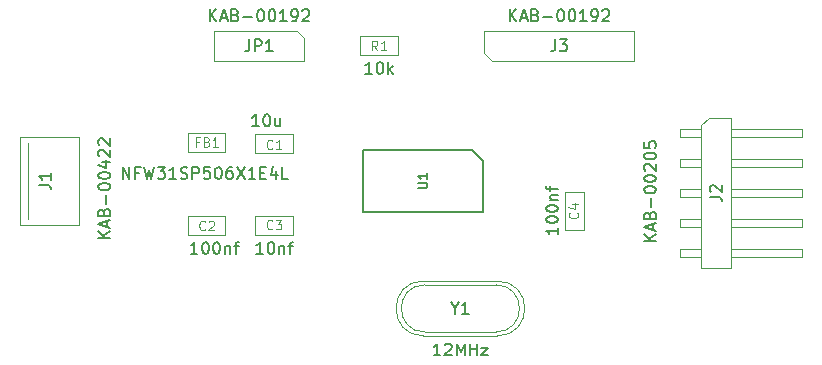
<source format=gbr>
%TF.GenerationSoftware,KiCad,Pcbnew,5.1.4-3.fc30*%
%TF.CreationDate,2019-10-19T14:32:08+02:00*%
%TF.ProjectId,ft232rl_converter_v1,66743233-3272-46c5-9f63-6f6e76657274,1.0*%
%TF.SameCoordinates,PX4fefde0PY4d83c00*%
%TF.FileFunction,Other,Fab,Top*%
%FSLAX46Y46*%
G04 Gerber Fmt 4.6, Leading zero omitted, Abs format (unit mm)*
G04 Created by KiCad (PCBNEW 5.1.4-3.fc30) date 2019-10-19 14:32:08*
%MOMM*%
%LPD*%
G04 APERTURE LIST*
%ADD10C,0.150000*%
%ADD11C,0.100000*%
%ADD12C,0.120000*%
G04 APERTURE END LIST*
D10*
%TO.C,U1*%
X38945000Y18525000D02*
X39945000Y17525000D01*
X29745000Y18525000D02*
X38945000Y18525000D01*
X29745000Y13225000D02*
X29745000Y18525000D01*
X39945000Y13225000D02*
X29745000Y13225000D01*
X39945000Y17525000D02*
X39945000Y13225000D01*
D11*
%TO.C,J3*%
X40640000Y26035000D02*
X40005000Y26670000D01*
X52705000Y26035000D02*
X40640000Y26035000D01*
X52705000Y28575000D02*
X52705000Y26035000D01*
X40005000Y28575000D02*
X52705000Y28575000D01*
X40005000Y26670000D02*
X40005000Y28575000D01*
%TO.C,Y1*%
X41000000Y3080000D02*
G75*
G03X41000000Y7080000I0J2000000D01*
G01*
X35000000Y3080000D02*
G75*
G02X35000000Y7080000I0J2000000D01*
G01*
X41125000Y2755000D02*
G75*
G03X41125000Y7405000I0J2325000D01*
G01*
X34875000Y2755000D02*
G75*
G02X34875000Y7405000I0J2325000D01*
G01*
X35000000Y3080000D02*
X41000000Y3080000D01*
X35000000Y7080000D02*
X41000000Y7080000D01*
X34875000Y2755000D02*
X41125000Y2755000D01*
X34875000Y7405000D02*
X41125000Y7405000D01*
%TO.C,FB1*%
X14910000Y19926700D02*
X18110000Y19926700D01*
X14910000Y18326700D02*
X14910000Y19926700D01*
X18110000Y18326700D02*
X14910000Y18326700D01*
X18110000Y19926700D02*
X18110000Y18326700D01*
%TO.C,J2*%
X60936000Y9459000D02*
X66936000Y9459000D01*
X66936000Y10099000D02*
X66936000Y9459000D01*
X60936000Y10099000D02*
X66936000Y10099000D01*
X56576000Y9459000D02*
X58396000Y9459000D01*
X56576000Y10099000D02*
X56576000Y9459000D01*
X56576000Y10099000D02*
X58396000Y10099000D01*
X60936000Y11999000D02*
X66936000Y11999000D01*
X66936000Y12639000D02*
X66936000Y11999000D01*
X60936000Y12639000D02*
X66936000Y12639000D01*
X56576000Y11999000D02*
X58396000Y11999000D01*
X56576000Y12639000D02*
X56576000Y11999000D01*
X56576000Y12639000D02*
X58396000Y12639000D01*
X60936000Y14539000D02*
X66936000Y14539000D01*
X66936000Y15179000D02*
X66936000Y14539000D01*
X60936000Y15179000D02*
X66936000Y15179000D01*
X56576000Y14539000D02*
X58396000Y14539000D01*
X56576000Y15179000D02*
X56576000Y14539000D01*
X56576000Y15179000D02*
X58396000Y15179000D01*
X60936000Y17079000D02*
X66936000Y17079000D01*
X66936000Y17719000D02*
X66936000Y17079000D01*
X60936000Y17719000D02*
X66936000Y17719000D01*
X56576000Y17079000D02*
X58396000Y17079000D01*
X56576000Y17719000D02*
X56576000Y17079000D01*
X56576000Y17719000D02*
X58396000Y17719000D01*
X60936000Y19619000D02*
X66936000Y19619000D01*
X66936000Y20259000D02*
X66936000Y19619000D01*
X60936000Y20259000D02*
X66936000Y20259000D01*
X56576000Y19619000D02*
X58396000Y19619000D01*
X56576000Y20259000D02*
X56576000Y19619000D01*
X56576000Y20259000D02*
X58396000Y20259000D01*
X58396000Y20574000D02*
X59031000Y21209000D01*
X58396000Y8509000D02*
X58396000Y20574000D01*
X60936000Y8509000D02*
X58396000Y8509000D01*
X60936000Y21209000D02*
X60936000Y8509000D01*
X59031000Y21209000D02*
X60936000Y21209000D01*
%TO.C,C1*%
X23825000Y18250000D02*
X20625000Y18250000D01*
X23825000Y19850000D02*
X23825000Y18250000D01*
X20625000Y19850000D02*
X23825000Y19850000D01*
X20625000Y18250000D02*
X20625000Y19850000D01*
%TO.C,C2*%
X18110000Y11265000D02*
X14910000Y11265000D01*
X18110000Y12865000D02*
X18110000Y11265000D01*
X14910000Y12865000D02*
X18110000Y12865000D01*
X14910000Y11265000D02*
X14910000Y12865000D01*
%TO.C,C3*%
X20625000Y12930000D02*
X23825000Y12930000D01*
X20625000Y11330000D02*
X20625000Y12930000D01*
X23825000Y11330000D02*
X20625000Y11330000D01*
X23825000Y12930000D02*
X23825000Y11330000D01*
%TO.C,C4*%
X46825000Y11735000D02*
X46825000Y14935000D01*
X48425000Y11735000D02*
X46825000Y11735000D01*
X48425000Y14935000D02*
X48425000Y11735000D01*
X46825000Y14935000D02*
X48425000Y14935000D01*
%TO.C,J1*%
X1430000Y19125000D02*
X1430000Y12625000D01*
X730000Y19625000D02*
X5730000Y19625000D01*
X5730000Y19625000D02*
X5730000Y12125000D01*
X5730000Y12125000D02*
X730000Y12125000D01*
X730000Y12125000D02*
X730000Y19625000D01*
%TO.C,JP1*%
X24130000Y28575000D02*
X24765000Y27940000D01*
X17145000Y28575000D02*
X24130000Y28575000D01*
X17145000Y26035000D02*
X17145000Y28575000D01*
X24765000Y26035000D02*
X17145000Y26035000D01*
X24765000Y27940000D02*
X24765000Y26035000D01*
%TO.C,R1*%
X29515000Y28105000D02*
X32715000Y28105000D01*
X29515000Y26505000D02*
X29515000Y28105000D01*
X32715000Y26505000D02*
X29515000Y26505000D01*
X32715000Y28105000D02*
X32715000Y26505000D01*
%TD*%
%TO.C,U1*%
D10*
X34406904Y15265477D02*
X35054523Y15265477D01*
X35130714Y15303572D01*
X35168809Y15341667D01*
X35206904Y15417858D01*
X35206904Y15570239D01*
X35168809Y15646429D01*
X35130714Y15684524D01*
X35054523Y15722620D01*
X34406904Y15722620D01*
X35206904Y16522620D02*
X35206904Y16065477D01*
X35206904Y16294048D02*
X34406904Y16294048D01*
X34521190Y16217858D01*
X34597380Y16141667D01*
X34635476Y16065477D01*
%TO.C,J3*%
X42164523Y29392620D02*
X42164523Y30392620D01*
X42735952Y29392620D02*
X42307380Y29964048D01*
X42735952Y30392620D02*
X42164523Y29821191D01*
X43116904Y29678334D02*
X43593095Y29678334D01*
X43021666Y29392620D02*
X43355000Y30392620D01*
X43688333Y29392620D01*
X44355000Y29916429D02*
X44497857Y29868810D01*
X44545476Y29821191D01*
X44593095Y29725953D01*
X44593095Y29583096D01*
X44545476Y29487858D01*
X44497857Y29440239D01*
X44402619Y29392620D01*
X44021666Y29392620D01*
X44021666Y30392620D01*
X44355000Y30392620D01*
X44450238Y30345000D01*
X44497857Y30297381D01*
X44545476Y30202143D01*
X44545476Y30106905D01*
X44497857Y30011667D01*
X44450238Y29964048D01*
X44355000Y29916429D01*
X44021666Y29916429D01*
X45021666Y29773572D02*
X45783571Y29773572D01*
X46450238Y30392620D02*
X46545476Y30392620D01*
X46640714Y30345000D01*
X46688333Y30297381D01*
X46735952Y30202143D01*
X46783571Y30011667D01*
X46783571Y29773572D01*
X46735952Y29583096D01*
X46688333Y29487858D01*
X46640714Y29440239D01*
X46545476Y29392620D01*
X46450238Y29392620D01*
X46355000Y29440239D01*
X46307380Y29487858D01*
X46259761Y29583096D01*
X46212142Y29773572D01*
X46212142Y30011667D01*
X46259761Y30202143D01*
X46307380Y30297381D01*
X46355000Y30345000D01*
X46450238Y30392620D01*
X47402619Y30392620D02*
X47497857Y30392620D01*
X47593095Y30345000D01*
X47640714Y30297381D01*
X47688333Y30202143D01*
X47735952Y30011667D01*
X47735952Y29773572D01*
X47688333Y29583096D01*
X47640714Y29487858D01*
X47593095Y29440239D01*
X47497857Y29392620D01*
X47402619Y29392620D01*
X47307380Y29440239D01*
X47259761Y29487858D01*
X47212142Y29583096D01*
X47164523Y29773572D01*
X47164523Y30011667D01*
X47212142Y30202143D01*
X47259761Y30297381D01*
X47307380Y30345000D01*
X47402619Y30392620D01*
X48688333Y29392620D02*
X48116904Y29392620D01*
X48402619Y29392620D02*
X48402619Y30392620D01*
X48307380Y30249762D01*
X48212142Y30154524D01*
X48116904Y30106905D01*
X49164523Y29392620D02*
X49355000Y29392620D01*
X49450238Y29440239D01*
X49497857Y29487858D01*
X49593095Y29630715D01*
X49640714Y29821191D01*
X49640714Y30202143D01*
X49593095Y30297381D01*
X49545476Y30345000D01*
X49450238Y30392620D01*
X49259761Y30392620D01*
X49164523Y30345000D01*
X49116904Y30297381D01*
X49069285Y30202143D01*
X49069285Y29964048D01*
X49116904Y29868810D01*
X49164523Y29821191D01*
X49259761Y29773572D01*
X49450238Y29773572D01*
X49545476Y29821191D01*
X49593095Y29868810D01*
X49640714Y29964048D01*
X50021666Y30297381D02*
X50069285Y30345000D01*
X50164523Y30392620D01*
X50402619Y30392620D01*
X50497857Y30345000D01*
X50545476Y30297381D01*
X50593095Y30202143D01*
X50593095Y30106905D01*
X50545476Y29964048D01*
X49974047Y29392620D01*
X50593095Y29392620D01*
X46021666Y27852620D02*
X46021666Y27138334D01*
X45974047Y26995477D01*
X45878809Y26900239D01*
X45735952Y26852620D01*
X45640714Y26852620D01*
X46402619Y27852620D02*
X47021666Y27852620D01*
X46688333Y27471667D01*
X46831190Y27471667D01*
X46926428Y27424048D01*
X46974047Y27376429D01*
X47021666Y27281191D01*
X47021666Y27043096D01*
X46974047Y26947858D01*
X46926428Y26900239D01*
X46831190Y26852620D01*
X46545476Y26852620D01*
X46450238Y26900239D01*
X46402619Y26947858D01*
%TO.C,Y1*%
X36309523Y1102620D02*
X35738095Y1102620D01*
X36023809Y1102620D02*
X36023809Y2102620D01*
X35928571Y1959762D01*
X35833333Y1864524D01*
X35738095Y1816905D01*
X36690476Y2007381D02*
X36738095Y2055000D01*
X36833333Y2102620D01*
X37071428Y2102620D01*
X37166666Y2055000D01*
X37214285Y2007381D01*
X37261904Y1912143D01*
X37261904Y1816905D01*
X37214285Y1674048D01*
X36642857Y1102620D01*
X37261904Y1102620D01*
X37690476Y1102620D02*
X37690476Y2102620D01*
X38023809Y1388334D01*
X38357142Y2102620D01*
X38357142Y1102620D01*
X38833333Y1102620D02*
X38833333Y2102620D01*
X38833333Y1626429D02*
X39404761Y1626429D01*
X39404761Y1102620D02*
X39404761Y2102620D01*
X39785714Y1769286D02*
X40309523Y1769286D01*
X39785714Y1102620D01*
X40309523Y1102620D01*
X37523809Y5103810D02*
X37523809Y4627620D01*
X37190476Y5627620D02*
X37523809Y5103810D01*
X37857142Y5627620D01*
X38714285Y4627620D02*
X38142857Y4627620D01*
X38428571Y4627620D02*
X38428571Y5627620D01*
X38333333Y5484762D01*
X38238095Y5389524D01*
X38142857Y5341905D01*
%TO.C,FB1*%
X9406428Y16057620D02*
X9406428Y17057620D01*
X9977857Y16057620D01*
X9977857Y17057620D01*
X10787380Y16581429D02*
X10454047Y16581429D01*
X10454047Y16057620D02*
X10454047Y17057620D01*
X10930238Y17057620D01*
X11215952Y17057620D02*
X11454047Y16057620D01*
X11644523Y16771905D01*
X11835000Y16057620D01*
X12073095Y17057620D01*
X12358809Y17057620D02*
X12977857Y17057620D01*
X12644523Y16676667D01*
X12787380Y16676667D01*
X12882619Y16629048D01*
X12930238Y16581429D01*
X12977857Y16486191D01*
X12977857Y16248096D01*
X12930238Y16152858D01*
X12882619Y16105239D01*
X12787380Y16057620D01*
X12501666Y16057620D01*
X12406428Y16105239D01*
X12358809Y16152858D01*
X13930238Y16057620D02*
X13358809Y16057620D01*
X13644523Y16057620D02*
X13644523Y17057620D01*
X13549285Y16914762D01*
X13454047Y16819524D01*
X13358809Y16771905D01*
X14311190Y16105239D02*
X14454047Y16057620D01*
X14692142Y16057620D01*
X14787380Y16105239D01*
X14835000Y16152858D01*
X14882619Y16248096D01*
X14882619Y16343334D01*
X14835000Y16438572D01*
X14787380Y16486191D01*
X14692142Y16533810D01*
X14501666Y16581429D01*
X14406428Y16629048D01*
X14358809Y16676667D01*
X14311190Y16771905D01*
X14311190Y16867143D01*
X14358809Y16962381D01*
X14406428Y17010000D01*
X14501666Y17057620D01*
X14739761Y17057620D01*
X14882619Y17010000D01*
X15311190Y16057620D02*
X15311190Y17057620D01*
X15692142Y17057620D01*
X15787380Y17010000D01*
X15835000Y16962381D01*
X15882619Y16867143D01*
X15882619Y16724286D01*
X15835000Y16629048D01*
X15787380Y16581429D01*
X15692142Y16533810D01*
X15311190Y16533810D01*
X16787380Y17057620D02*
X16311190Y17057620D01*
X16263571Y16581429D01*
X16311190Y16629048D01*
X16406428Y16676667D01*
X16644523Y16676667D01*
X16739761Y16629048D01*
X16787380Y16581429D01*
X16835000Y16486191D01*
X16835000Y16248096D01*
X16787380Y16152858D01*
X16739761Y16105239D01*
X16644523Y16057620D01*
X16406428Y16057620D01*
X16311190Y16105239D01*
X16263571Y16152858D01*
X17454047Y17057620D02*
X17549285Y17057620D01*
X17644523Y17010000D01*
X17692142Y16962381D01*
X17739761Y16867143D01*
X17787380Y16676667D01*
X17787380Y16438572D01*
X17739761Y16248096D01*
X17692142Y16152858D01*
X17644523Y16105239D01*
X17549285Y16057620D01*
X17454047Y16057620D01*
X17358809Y16105239D01*
X17311190Y16152858D01*
X17263571Y16248096D01*
X17215952Y16438572D01*
X17215952Y16676667D01*
X17263571Y16867143D01*
X17311190Y16962381D01*
X17358809Y17010000D01*
X17454047Y17057620D01*
X18644523Y17057620D02*
X18454047Y17057620D01*
X18358809Y17010000D01*
X18311190Y16962381D01*
X18215952Y16819524D01*
X18168333Y16629048D01*
X18168333Y16248096D01*
X18215952Y16152858D01*
X18263571Y16105239D01*
X18358809Y16057620D01*
X18549285Y16057620D01*
X18644523Y16105239D01*
X18692142Y16152858D01*
X18739761Y16248096D01*
X18739761Y16486191D01*
X18692142Y16581429D01*
X18644523Y16629048D01*
X18549285Y16676667D01*
X18358809Y16676667D01*
X18263571Y16629048D01*
X18215952Y16581429D01*
X18168333Y16486191D01*
X19073095Y17057620D02*
X19739761Y16057620D01*
X19739761Y17057620D02*
X19073095Y16057620D01*
X20644523Y16057620D02*
X20073095Y16057620D01*
X20358809Y16057620D02*
X20358809Y17057620D01*
X20263571Y16914762D01*
X20168333Y16819524D01*
X20073095Y16771905D01*
X21073095Y16581429D02*
X21406428Y16581429D01*
X21549285Y16057620D02*
X21073095Y16057620D01*
X21073095Y17057620D01*
X21549285Y17057620D01*
X22406428Y16724286D02*
X22406428Y16057620D01*
X22168333Y17105239D02*
X21930238Y16390953D01*
X22549285Y16390953D01*
X23406428Y16057620D02*
X22930238Y16057620D01*
X22930238Y17057620D01*
D12*
X15843333Y19183843D02*
X15576666Y19183843D01*
X15576666Y18764796D02*
X15576666Y19564796D01*
X15957619Y19564796D01*
X16529047Y19183843D02*
X16643333Y19145748D01*
X16681428Y19107653D01*
X16719523Y19031462D01*
X16719523Y18917177D01*
X16681428Y18840986D01*
X16643333Y18802891D01*
X16567142Y18764796D01*
X16262380Y18764796D01*
X16262380Y19564796D01*
X16529047Y19564796D01*
X16605238Y19526700D01*
X16643333Y19488605D01*
X16681428Y19412415D01*
X16681428Y19336224D01*
X16643333Y19260034D01*
X16605238Y19221939D01*
X16529047Y19183843D01*
X16262380Y19183843D01*
X17481428Y18764796D02*
X17024285Y18764796D01*
X17252857Y18764796D02*
X17252857Y19564796D01*
X17176666Y19450510D01*
X17100476Y19374320D01*
X17024285Y19336224D01*
%TO.C,J2*%
D10*
X54554380Y10795524D02*
X53554380Y10795524D01*
X54554380Y11366953D02*
X53982952Y10938381D01*
X53554380Y11366953D02*
X54125809Y10795524D01*
X54268666Y11747905D02*
X54268666Y12224096D01*
X54554380Y11652667D02*
X53554380Y11986000D01*
X54554380Y12319334D01*
X54030571Y12986000D02*
X54078190Y13128858D01*
X54125809Y13176477D01*
X54221047Y13224096D01*
X54363904Y13224096D01*
X54459142Y13176477D01*
X54506761Y13128858D01*
X54554380Y13033620D01*
X54554380Y12652667D01*
X53554380Y12652667D01*
X53554380Y12986000D01*
X53602000Y13081239D01*
X53649619Y13128858D01*
X53744857Y13176477D01*
X53840095Y13176477D01*
X53935333Y13128858D01*
X53982952Y13081239D01*
X54030571Y12986000D01*
X54030571Y12652667D01*
X54173428Y13652667D02*
X54173428Y14414572D01*
X53554380Y15081239D02*
X53554380Y15176477D01*
X53602000Y15271715D01*
X53649619Y15319334D01*
X53744857Y15366953D01*
X53935333Y15414572D01*
X54173428Y15414572D01*
X54363904Y15366953D01*
X54459142Y15319334D01*
X54506761Y15271715D01*
X54554380Y15176477D01*
X54554380Y15081239D01*
X54506761Y14986000D01*
X54459142Y14938381D01*
X54363904Y14890762D01*
X54173428Y14843143D01*
X53935333Y14843143D01*
X53744857Y14890762D01*
X53649619Y14938381D01*
X53602000Y14986000D01*
X53554380Y15081239D01*
X53554380Y16033620D02*
X53554380Y16128858D01*
X53602000Y16224096D01*
X53649619Y16271715D01*
X53744857Y16319334D01*
X53935333Y16366953D01*
X54173428Y16366953D01*
X54363904Y16319334D01*
X54459142Y16271715D01*
X54506761Y16224096D01*
X54554380Y16128858D01*
X54554380Y16033620D01*
X54506761Y15938381D01*
X54459142Y15890762D01*
X54363904Y15843143D01*
X54173428Y15795524D01*
X53935333Y15795524D01*
X53744857Y15843143D01*
X53649619Y15890762D01*
X53602000Y15938381D01*
X53554380Y16033620D01*
X53649619Y16747905D02*
X53602000Y16795524D01*
X53554380Y16890762D01*
X53554380Y17128858D01*
X53602000Y17224096D01*
X53649619Y17271715D01*
X53744857Y17319334D01*
X53840095Y17319334D01*
X53982952Y17271715D01*
X54554380Y16700286D01*
X54554380Y17319334D01*
X53554380Y17938381D02*
X53554380Y18033620D01*
X53602000Y18128858D01*
X53649619Y18176477D01*
X53744857Y18224096D01*
X53935333Y18271715D01*
X54173428Y18271715D01*
X54363904Y18224096D01*
X54459142Y18176477D01*
X54506761Y18128858D01*
X54554380Y18033620D01*
X54554380Y17938381D01*
X54506761Y17843143D01*
X54459142Y17795524D01*
X54363904Y17747905D01*
X54173428Y17700286D01*
X53935333Y17700286D01*
X53744857Y17747905D01*
X53649619Y17795524D01*
X53602000Y17843143D01*
X53554380Y17938381D01*
X53554380Y19176477D02*
X53554380Y18700286D01*
X54030571Y18652667D01*
X53982952Y18700286D01*
X53935333Y18795524D01*
X53935333Y19033620D01*
X53982952Y19128858D01*
X54030571Y19176477D01*
X54125809Y19224096D01*
X54363904Y19224096D01*
X54459142Y19176477D01*
X54506761Y19128858D01*
X54554380Y19033620D01*
X54554380Y18795524D01*
X54506761Y18700286D01*
X54459142Y18652667D01*
X59118380Y14525667D02*
X59832666Y14525667D01*
X59975523Y14478048D01*
X60070761Y14382810D01*
X60118380Y14239953D01*
X60118380Y14144715D01*
X59213619Y14954239D02*
X59166000Y15001858D01*
X59118380Y15097096D01*
X59118380Y15335191D01*
X59166000Y15430429D01*
X59213619Y15478048D01*
X59308857Y15525667D01*
X59404095Y15525667D01*
X59546952Y15478048D01*
X60118380Y14906620D01*
X60118380Y15525667D01*
%TO.C,C1*%
X20947142Y20502620D02*
X20375714Y20502620D01*
X20661428Y20502620D02*
X20661428Y21502620D01*
X20566190Y21359762D01*
X20470952Y21264524D01*
X20375714Y21216905D01*
X21566190Y21502620D02*
X21661428Y21502620D01*
X21756666Y21455000D01*
X21804285Y21407381D01*
X21851904Y21312143D01*
X21899523Y21121667D01*
X21899523Y20883572D01*
X21851904Y20693096D01*
X21804285Y20597858D01*
X21756666Y20550239D01*
X21661428Y20502620D01*
X21566190Y20502620D01*
X21470952Y20550239D01*
X21423333Y20597858D01*
X21375714Y20693096D01*
X21328095Y20883572D01*
X21328095Y21121667D01*
X21375714Y21312143D01*
X21423333Y21407381D01*
X21470952Y21455000D01*
X21566190Y21502620D01*
X22756666Y21169286D02*
X22756666Y20502620D01*
X22328095Y21169286D02*
X22328095Y20645477D01*
X22375714Y20550239D01*
X22470952Y20502620D01*
X22613809Y20502620D01*
X22709047Y20550239D01*
X22756666Y20597858D01*
D12*
X22091666Y18647618D02*
X22053571Y18609523D01*
X21939285Y18571428D01*
X21863095Y18571428D01*
X21748809Y18609523D01*
X21672619Y18685713D01*
X21634523Y18761904D01*
X21596428Y18914285D01*
X21596428Y19028571D01*
X21634523Y19180952D01*
X21672619Y19257142D01*
X21748809Y19333332D01*
X21863095Y19371428D01*
X21939285Y19371428D01*
X22053571Y19333332D01*
X22091666Y19295237D01*
X22853571Y18571428D02*
X22396428Y18571428D01*
X22625000Y18571428D02*
X22625000Y19371428D01*
X22548809Y19257142D01*
X22472619Y19180952D01*
X22396428Y19142856D01*
%TO.C,C2*%
D10*
X21296428Y9707620D02*
X20725000Y9707620D01*
X21010714Y9707620D02*
X21010714Y10707620D01*
X20915476Y10564762D01*
X20820238Y10469524D01*
X20725000Y10421905D01*
X21915476Y10707620D02*
X22010714Y10707620D01*
X22105952Y10660000D01*
X22153571Y10612381D01*
X22201190Y10517143D01*
X22248809Y10326667D01*
X22248809Y10088572D01*
X22201190Y9898096D01*
X22153571Y9802858D01*
X22105952Y9755239D01*
X22010714Y9707620D01*
X21915476Y9707620D01*
X21820238Y9755239D01*
X21772619Y9802858D01*
X21725000Y9898096D01*
X21677380Y10088572D01*
X21677380Y10326667D01*
X21725000Y10517143D01*
X21772619Y10612381D01*
X21820238Y10660000D01*
X21915476Y10707620D01*
X22677380Y10374286D02*
X22677380Y9707620D01*
X22677380Y10279048D02*
X22725000Y10326667D01*
X22820238Y10374286D01*
X22963095Y10374286D01*
X23058333Y10326667D01*
X23105952Y10231429D01*
X23105952Y9707620D01*
X23439285Y10374286D02*
X23820238Y10374286D01*
X23582142Y9707620D02*
X23582142Y10564762D01*
X23629761Y10660000D01*
X23725000Y10707620D01*
X23820238Y10707620D01*
D12*
X16376666Y11779286D02*
X16338571Y11741191D01*
X16224285Y11703096D01*
X16148095Y11703096D01*
X16033809Y11741191D01*
X15957619Y11817381D01*
X15919523Y11893572D01*
X15881428Y12045953D01*
X15881428Y12160239D01*
X15919523Y12312620D01*
X15957619Y12388810D01*
X16033809Y12465000D01*
X16148095Y12503096D01*
X16224285Y12503096D01*
X16338571Y12465000D01*
X16376666Y12426905D01*
X16681428Y12426905D02*
X16719523Y12465000D01*
X16795714Y12503096D01*
X16986190Y12503096D01*
X17062380Y12465000D01*
X17100476Y12426905D01*
X17138571Y12350715D01*
X17138571Y12274524D01*
X17100476Y12160239D01*
X16643333Y11703096D01*
X17138571Y11703096D01*
%TO.C,C3*%
D10*
X15740238Y9707620D02*
X15168809Y9707620D01*
X15454523Y9707620D02*
X15454523Y10707620D01*
X15359285Y10564762D01*
X15264047Y10469524D01*
X15168809Y10421905D01*
X16359285Y10707620D02*
X16454523Y10707620D01*
X16549761Y10660000D01*
X16597380Y10612381D01*
X16645000Y10517143D01*
X16692619Y10326667D01*
X16692619Y10088572D01*
X16645000Y9898096D01*
X16597380Y9802858D01*
X16549761Y9755239D01*
X16454523Y9707620D01*
X16359285Y9707620D01*
X16264047Y9755239D01*
X16216428Y9802858D01*
X16168809Y9898096D01*
X16121190Y10088572D01*
X16121190Y10326667D01*
X16168809Y10517143D01*
X16216428Y10612381D01*
X16264047Y10660000D01*
X16359285Y10707620D01*
X17311666Y10707620D02*
X17406904Y10707620D01*
X17502142Y10660000D01*
X17549761Y10612381D01*
X17597380Y10517143D01*
X17645000Y10326667D01*
X17645000Y10088572D01*
X17597380Y9898096D01*
X17549761Y9802858D01*
X17502142Y9755239D01*
X17406904Y9707620D01*
X17311666Y9707620D01*
X17216428Y9755239D01*
X17168809Y9802858D01*
X17121190Y9898096D01*
X17073571Y10088572D01*
X17073571Y10326667D01*
X17121190Y10517143D01*
X17168809Y10612381D01*
X17216428Y10660000D01*
X17311666Y10707620D01*
X18073571Y10374286D02*
X18073571Y9707620D01*
X18073571Y10279048D02*
X18121190Y10326667D01*
X18216428Y10374286D01*
X18359285Y10374286D01*
X18454523Y10326667D01*
X18502142Y10231429D01*
X18502142Y9707620D01*
X18835476Y10374286D02*
X19216428Y10374286D01*
X18978333Y9707620D02*
X18978333Y10564762D01*
X19025952Y10660000D01*
X19121190Y10707620D01*
X19216428Y10707620D01*
D12*
X22091666Y11844286D02*
X22053571Y11806191D01*
X21939285Y11768096D01*
X21863095Y11768096D01*
X21748809Y11806191D01*
X21672619Y11882381D01*
X21634523Y11958572D01*
X21596428Y12110953D01*
X21596428Y12225239D01*
X21634523Y12377620D01*
X21672619Y12453810D01*
X21748809Y12530000D01*
X21863095Y12568096D01*
X21939285Y12568096D01*
X22053571Y12530000D01*
X22091666Y12491905D01*
X22358333Y12568096D02*
X22853571Y12568096D01*
X22586904Y12263334D01*
X22701190Y12263334D01*
X22777380Y12225239D01*
X22815476Y12187143D01*
X22853571Y12110953D01*
X22853571Y11920477D01*
X22815476Y11844286D01*
X22777380Y11806191D01*
X22701190Y11768096D01*
X22472619Y11768096D01*
X22396428Y11806191D01*
X22358333Y11844286D01*
%TO.C,C4*%
D10*
X46257380Y11930239D02*
X46257380Y11358810D01*
X46257380Y11644524D02*
X45257380Y11644524D01*
X45400238Y11549286D01*
X45495476Y11454048D01*
X45543095Y11358810D01*
X45257380Y12549286D02*
X45257380Y12644524D01*
X45305000Y12739762D01*
X45352619Y12787381D01*
X45447857Y12835000D01*
X45638333Y12882620D01*
X45876428Y12882620D01*
X46066904Y12835000D01*
X46162142Y12787381D01*
X46209761Y12739762D01*
X46257380Y12644524D01*
X46257380Y12549286D01*
X46209761Y12454048D01*
X46162142Y12406429D01*
X46066904Y12358810D01*
X45876428Y12311191D01*
X45638333Y12311191D01*
X45447857Y12358810D01*
X45352619Y12406429D01*
X45305000Y12454048D01*
X45257380Y12549286D01*
X45257380Y13501667D02*
X45257380Y13596905D01*
X45305000Y13692143D01*
X45352619Y13739762D01*
X45447857Y13787381D01*
X45638333Y13835000D01*
X45876428Y13835000D01*
X46066904Y13787381D01*
X46162142Y13739762D01*
X46209761Y13692143D01*
X46257380Y13596905D01*
X46257380Y13501667D01*
X46209761Y13406429D01*
X46162142Y13358810D01*
X46066904Y13311191D01*
X45876428Y13263572D01*
X45638333Y13263572D01*
X45447857Y13311191D01*
X45352619Y13358810D01*
X45305000Y13406429D01*
X45257380Y13501667D01*
X45590714Y14263572D02*
X46257380Y14263572D01*
X45685952Y14263572D02*
X45638333Y14311191D01*
X45590714Y14406429D01*
X45590714Y14549286D01*
X45638333Y14644524D01*
X45733571Y14692143D01*
X46257380Y14692143D01*
X45590714Y15025477D02*
X45590714Y15406429D01*
X46257380Y15168334D02*
X45400238Y15168334D01*
X45305000Y15215953D01*
X45257380Y15311191D01*
X45257380Y15406429D01*
D12*
X47910714Y13201667D02*
X47948809Y13163572D01*
X47986904Y13049286D01*
X47986904Y12973096D01*
X47948809Y12858810D01*
X47872619Y12782620D01*
X47796428Y12744524D01*
X47644047Y12706429D01*
X47529761Y12706429D01*
X47377380Y12744524D01*
X47301190Y12782620D01*
X47225000Y12858810D01*
X47186904Y12973096D01*
X47186904Y13049286D01*
X47225000Y13163572D01*
X47263095Y13201667D01*
X47453571Y13887381D02*
X47986904Y13887381D01*
X47148809Y13696905D02*
X47720238Y13506429D01*
X47720238Y14001667D01*
%TO.C,J1*%
D10*
X8342380Y11049524D02*
X7342380Y11049524D01*
X8342380Y11620953D02*
X7770952Y11192381D01*
X7342380Y11620953D02*
X7913809Y11049524D01*
X8056666Y12001905D02*
X8056666Y12478096D01*
X8342380Y11906667D02*
X7342380Y12240000D01*
X8342380Y12573334D01*
X7818571Y13240000D02*
X7866190Y13382858D01*
X7913809Y13430477D01*
X8009047Y13478096D01*
X8151904Y13478096D01*
X8247142Y13430477D01*
X8294761Y13382858D01*
X8342380Y13287620D01*
X8342380Y12906667D01*
X7342380Y12906667D01*
X7342380Y13240000D01*
X7390000Y13335239D01*
X7437619Y13382858D01*
X7532857Y13430477D01*
X7628095Y13430477D01*
X7723333Y13382858D01*
X7770952Y13335239D01*
X7818571Y13240000D01*
X7818571Y12906667D01*
X7961428Y13906667D02*
X7961428Y14668572D01*
X7342380Y15335239D02*
X7342380Y15430477D01*
X7390000Y15525715D01*
X7437619Y15573334D01*
X7532857Y15620953D01*
X7723333Y15668572D01*
X7961428Y15668572D01*
X8151904Y15620953D01*
X8247142Y15573334D01*
X8294761Y15525715D01*
X8342380Y15430477D01*
X8342380Y15335239D01*
X8294761Y15240000D01*
X8247142Y15192381D01*
X8151904Y15144762D01*
X7961428Y15097143D01*
X7723333Y15097143D01*
X7532857Y15144762D01*
X7437619Y15192381D01*
X7390000Y15240000D01*
X7342380Y15335239D01*
X7342380Y16287620D02*
X7342380Y16382858D01*
X7390000Y16478096D01*
X7437619Y16525715D01*
X7532857Y16573334D01*
X7723333Y16620953D01*
X7961428Y16620953D01*
X8151904Y16573334D01*
X8247142Y16525715D01*
X8294761Y16478096D01*
X8342380Y16382858D01*
X8342380Y16287620D01*
X8294761Y16192381D01*
X8247142Y16144762D01*
X8151904Y16097143D01*
X7961428Y16049524D01*
X7723333Y16049524D01*
X7532857Y16097143D01*
X7437619Y16144762D01*
X7390000Y16192381D01*
X7342380Y16287620D01*
X7675714Y17478096D02*
X8342380Y17478096D01*
X7294761Y17240000D02*
X8009047Y17001905D01*
X8009047Y17620953D01*
X7437619Y17954286D02*
X7390000Y18001905D01*
X7342380Y18097143D01*
X7342380Y18335239D01*
X7390000Y18430477D01*
X7437619Y18478096D01*
X7532857Y18525715D01*
X7628095Y18525715D01*
X7770952Y18478096D01*
X8342380Y17906667D01*
X8342380Y18525715D01*
X7437619Y18906667D02*
X7390000Y18954286D01*
X7342380Y19049524D01*
X7342380Y19287620D01*
X7390000Y19382858D01*
X7437619Y19430477D01*
X7532857Y19478096D01*
X7628095Y19478096D01*
X7770952Y19430477D01*
X8342380Y18859048D01*
X8342380Y19478096D01*
X2332380Y15541667D02*
X3046666Y15541667D01*
X3189523Y15494048D01*
X3284761Y15398810D01*
X3332380Y15255953D01*
X3332380Y15160715D01*
X3332380Y16541667D02*
X3332380Y15970239D01*
X3332380Y16255953D02*
X2332380Y16255953D01*
X2475238Y16160715D01*
X2570476Y16065477D01*
X2618095Y15970239D01*
%TO.C,JP1*%
X16764523Y29392620D02*
X16764523Y30392620D01*
X17335952Y29392620D02*
X16907380Y29964048D01*
X17335952Y30392620D02*
X16764523Y29821191D01*
X17716904Y29678334D02*
X18193095Y29678334D01*
X17621666Y29392620D02*
X17955000Y30392620D01*
X18288333Y29392620D01*
X18955000Y29916429D02*
X19097857Y29868810D01*
X19145476Y29821191D01*
X19193095Y29725953D01*
X19193095Y29583096D01*
X19145476Y29487858D01*
X19097857Y29440239D01*
X19002619Y29392620D01*
X18621666Y29392620D01*
X18621666Y30392620D01*
X18955000Y30392620D01*
X19050238Y30345000D01*
X19097857Y30297381D01*
X19145476Y30202143D01*
X19145476Y30106905D01*
X19097857Y30011667D01*
X19050238Y29964048D01*
X18955000Y29916429D01*
X18621666Y29916429D01*
X19621666Y29773572D02*
X20383571Y29773572D01*
X21050238Y30392620D02*
X21145476Y30392620D01*
X21240714Y30345000D01*
X21288333Y30297381D01*
X21335952Y30202143D01*
X21383571Y30011667D01*
X21383571Y29773572D01*
X21335952Y29583096D01*
X21288333Y29487858D01*
X21240714Y29440239D01*
X21145476Y29392620D01*
X21050238Y29392620D01*
X20955000Y29440239D01*
X20907380Y29487858D01*
X20859761Y29583096D01*
X20812142Y29773572D01*
X20812142Y30011667D01*
X20859761Y30202143D01*
X20907380Y30297381D01*
X20955000Y30345000D01*
X21050238Y30392620D01*
X22002619Y30392620D02*
X22097857Y30392620D01*
X22193095Y30345000D01*
X22240714Y30297381D01*
X22288333Y30202143D01*
X22335952Y30011667D01*
X22335952Y29773572D01*
X22288333Y29583096D01*
X22240714Y29487858D01*
X22193095Y29440239D01*
X22097857Y29392620D01*
X22002619Y29392620D01*
X21907380Y29440239D01*
X21859761Y29487858D01*
X21812142Y29583096D01*
X21764523Y29773572D01*
X21764523Y30011667D01*
X21812142Y30202143D01*
X21859761Y30297381D01*
X21907380Y30345000D01*
X22002619Y30392620D01*
X23288333Y29392620D02*
X22716904Y29392620D01*
X23002619Y29392620D02*
X23002619Y30392620D01*
X22907380Y30249762D01*
X22812142Y30154524D01*
X22716904Y30106905D01*
X23764523Y29392620D02*
X23955000Y29392620D01*
X24050238Y29440239D01*
X24097857Y29487858D01*
X24193095Y29630715D01*
X24240714Y29821191D01*
X24240714Y30202143D01*
X24193095Y30297381D01*
X24145476Y30345000D01*
X24050238Y30392620D01*
X23859761Y30392620D01*
X23764523Y30345000D01*
X23716904Y30297381D01*
X23669285Y30202143D01*
X23669285Y29964048D01*
X23716904Y29868810D01*
X23764523Y29821191D01*
X23859761Y29773572D01*
X24050238Y29773572D01*
X24145476Y29821191D01*
X24193095Y29868810D01*
X24240714Y29964048D01*
X24621666Y30297381D02*
X24669285Y30345000D01*
X24764523Y30392620D01*
X25002619Y30392620D01*
X25097857Y30345000D01*
X25145476Y30297381D01*
X25193095Y30202143D01*
X25193095Y30106905D01*
X25145476Y29964048D01*
X24574047Y29392620D01*
X25193095Y29392620D01*
X20121666Y27852620D02*
X20121666Y27138334D01*
X20074047Y26995477D01*
X19978809Y26900239D01*
X19835952Y26852620D01*
X19740714Y26852620D01*
X20597857Y26852620D02*
X20597857Y27852620D01*
X20978809Y27852620D01*
X21074047Y27805000D01*
X21121666Y27757381D01*
X21169285Y27662143D01*
X21169285Y27519286D01*
X21121666Y27424048D01*
X21074047Y27376429D01*
X20978809Y27328810D01*
X20597857Y27328810D01*
X22121666Y26852620D02*
X21550238Y26852620D01*
X21835952Y26852620D02*
X21835952Y27852620D01*
X21740714Y27709762D01*
X21645476Y27614524D01*
X21550238Y27566905D01*
%TO.C,R1*%
X30519761Y24947620D02*
X29948333Y24947620D01*
X30234047Y24947620D02*
X30234047Y25947620D01*
X30138809Y25804762D01*
X30043571Y25709524D01*
X29948333Y25661905D01*
X31138809Y25947620D02*
X31234047Y25947620D01*
X31329285Y25900000D01*
X31376904Y25852381D01*
X31424523Y25757143D01*
X31472142Y25566667D01*
X31472142Y25328572D01*
X31424523Y25138096D01*
X31376904Y25042858D01*
X31329285Y24995239D01*
X31234047Y24947620D01*
X31138809Y24947620D01*
X31043571Y24995239D01*
X30995952Y25042858D01*
X30948333Y25138096D01*
X30900714Y25328572D01*
X30900714Y25566667D01*
X30948333Y25757143D01*
X30995952Y25852381D01*
X31043571Y25900000D01*
X31138809Y25947620D01*
X31900714Y24947620D02*
X31900714Y25947620D01*
X31995952Y25328572D02*
X32281666Y24947620D01*
X32281666Y25614286D02*
X31900714Y25233334D01*
D12*
X30981666Y26943096D02*
X30715000Y27324048D01*
X30524523Y26943096D02*
X30524523Y27743096D01*
X30829285Y27743096D01*
X30905476Y27705000D01*
X30943571Y27666905D01*
X30981666Y27590715D01*
X30981666Y27476429D01*
X30943571Y27400239D01*
X30905476Y27362143D01*
X30829285Y27324048D01*
X30524523Y27324048D01*
X31743571Y26943096D02*
X31286428Y26943096D01*
X31515000Y26943096D02*
X31515000Y27743096D01*
X31438809Y27628810D01*
X31362619Y27552620D01*
X31286428Y27514524D01*
%TD*%
M02*

</source>
